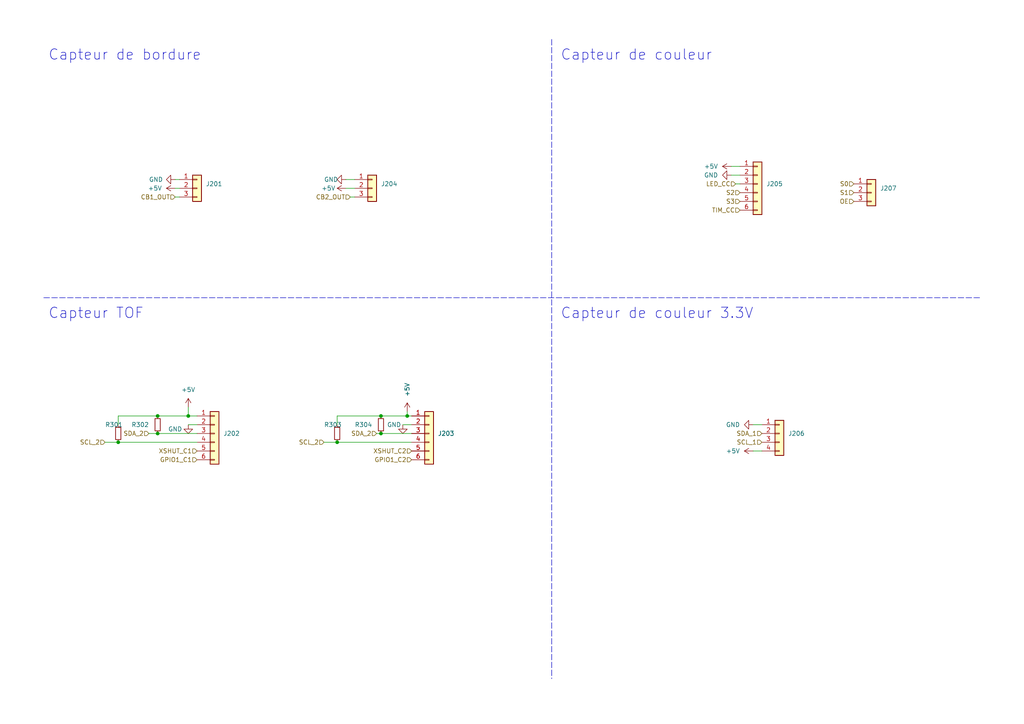
<source format=kicad_sch>
(kicad_sch (version 20211123) (generator eeschema)

  (uuid ec5a4540-0985-495d-a129-6f3345fe34a0)

  (paper "A4")

  (lib_symbols
    (symbol "Connector_Generic:Conn_01x03" (pin_names (offset 1.016) hide) (in_bom yes) (on_board yes)
      (property "Reference" "J" (id 0) (at 0 5.08 0)
        (effects (font (size 1.27 1.27)))
      )
      (property "Value" "Conn_01x03" (id 1) (at 0 -5.08 0)
        (effects (font (size 1.27 1.27)))
      )
      (property "Footprint" "" (id 2) (at 0 0 0)
        (effects (font (size 1.27 1.27)) hide)
      )
      (property "Datasheet" "~" (id 3) (at 0 0 0)
        (effects (font (size 1.27 1.27)) hide)
      )
      (property "ki_keywords" "connector" (id 4) (at 0 0 0)
        (effects (font (size 1.27 1.27)) hide)
      )
      (property "ki_description" "Generic connector, single row, 01x03, script generated (kicad-library-utils/schlib/autogen/connector/)" (id 5) (at 0 0 0)
        (effects (font (size 1.27 1.27)) hide)
      )
      (property "ki_fp_filters" "Connector*:*_1x??_*" (id 6) (at 0 0 0)
        (effects (font (size 1.27 1.27)) hide)
      )
      (symbol "Conn_01x03_1_1"
        (rectangle (start -1.27 -2.413) (end 0 -2.667)
          (stroke (width 0.1524) (type default) (color 0 0 0 0))
          (fill (type none))
        )
        (rectangle (start -1.27 0.127) (end 0 -0.127)
          (stroke (width 0.1524) (type default) (color 0 0 0 0))
          (fill (type none))
        )
        (rectangle (start -1.27 2.667) (end 0 2.413)
          (stroke (width 0.1524) (type default) (color 0 0 0 0))
          (fill (type none))
        )
        (rectangle (start -1.27 3.81) (end 1.27 -3.81)
          (stroke (width 0.254) (type default) (color 0 0 0 0))
          (fill (type background))
        )
        (pin passive line (at -5.08 2.54 0) (length 3.81)
          (name "Pin_1" (effects (font (size 1.27 1.27))))
          (number "1" (effects (font (size 1.27 1.27))))
        )
        (pin passive line (at -5.08 0 0) (length 3.81)
          (name "Pin_2" (effects (font (size 1.27 1.27))))
          (number "2" (effects (font (size 1.27 1.27))))
        )
        (pin passive line (at -5.08 -2.54 0) (length 3.81)
          (name "Pin_3" (effects (font (size 1.27 1.27))))
          (number "3" (effects (font (size 1.27 1.27))))
        )
      )
    )
    (symbol "Connector_Generic:Conn_01x04" (pin_names (offset 1.016) hide) (in_bom yes) (on_board yes)
      (property "Reference" "J" (id 0) (at 0 5.08 0)
        (effects (font (size 1.27 1.27)))
      )
      (property "Value" "Conn_01x04" (id 1) (at 0 -7.62 0)
        (effects (font (size 1.27 1.27)))
      )
      (property "Footprint" "" (id 2) (at 0 0 0)
        (effects (font (size 1.27 1.27)) hide)
      )
      (property "Datasheet" "~" (id 3) (at 0 0 0)
        (effects (font (size 1.27 1.27)) hide)
      )
      (property "ki_keywords" "connector" (id 4) (at 0 0 0)
        (effects (font (size 1.27 1.27)) hide)
      )
      (property "ki_description" "Generic connector, single row, 01x04, script generated (kicad-library-utils/schlib/autogen/connector/)" (id 5) (at 0 0 0)
        (effects (font (size 1.27 1.27)) hide)
      )
      (property "ki_fp_filters" "Connector*:*_1x??_*" (id 6) (at 0 0 0)
        (effects (font (size 1.27 1.27)) hide)
      )
      (symbol "Conn_01x04_1_1"
        (rectangle (start -1.27 -4.953) (end 0 -5.207)
          (stroke (width 0.1524) (type default) (color 0 0 0 0))
          (fill (type none))
        )
        (rectangle (start -1.27 -2.413) (end 0 -2.667)
          (stroke (width 0.1524) (type default) (color 0 0 0 0))
          (fill (type none))
        )
        (rectangle (start -1.27 0.127) (end 0 -0.127)
          (stroke (width 0.1524) (type default) (color 0 0 0 0))
          (fill (type none))
        )
        (rectangle (start -1.27 2.667) (end 0 2.413)
          (stroke (width 0.1524) (type default) (color 0 0 0 0))
          (fill (type none))
        )
        (rectangle (start -1.27 3.81) (end 1.27 -6.35)
          (stroke (width 0.254) (type default) (color 0 0 0 0))
          (fill (type background))
        )
        (pin passive line (at -5.08 2.54 0) (length 3.81)
          (name "Pin_1" (effects (font (size 1.27 1.27))))
          (number "1" (effects (font (size 1.27 1.27))))
        )
        (pin passive line (at -5.08 0 0) (length 3.81)
          (name "Pin_2" (effects (font (size 1.27 1.27))))
          (number "2" (effects (font (size 1.27 1.27))))
        )
        (pin passive line (at -5.08 -2.54 0) (length 3.81)
          (name "Pin_3" (effects (font (size 1.27 1.27))))
          (number "3" (effects (font (size 1.27 1.27))))
        )
        (pin passive line (at -5.08 -5.08 0) (length 3.81)
          (name "Pin_4" (effects (font (size 1.27 1.27))))
          (number "4" (effects (font (size 1.27 1.27))))
        )
      )
    )
    (symbol "Connector_Generic:Conn_01x06" (pin_names (offset 1.016) hide) (in_bom yes) (on_board yes)
      (property "Reference" "J" (id 0) (at 0 7.62 0)
        (effects (font (size 1.27 1.27)))
      )
      (property "Value" "Conn_01x06" (id 1) (at 0 -10.16 0)
        (effects (font (size 1.27 1.27)))
      )
      (property "Footprint" "" (id 2) (at 0 0 0)
        (effects (font (size 1.27 1.27)) hide)
      )
      (property "Datasheet" "~" (id 3) (at 0 0 0)
        (effects (font (size 1.27 1.27)) hide)
      )
      (property "ki_keywords" "connector" (id 4) (at 0 0 0)
        (effects (font (size 1.27 1.27)) hide)
      )
      (property "ki_description" "Generic connector, single row, 01x06, script generated (kicad-library-utils/schlib/autogen/connector/)" (id 5) (at 0 0 0)
        (effects (font (size 1.27 1.27)) hide)
      )
      (property "ki_fp_filters" "Connector*:*_1x??_*" (id 6) (at 0 0 0)
        (effects (font (size 1.27 1.27)) hide)
      )
      (symbol "Conn_01x06_1_1"
        (rectangle (start -1.27 -7.493) (end 0 -7.747)
          (stroke (width 0.1524) (type default) (color 0 0 0 0))
          (fill (type none))
        )
        (rectangle (start -1.27 -4.953) (end 0 -5.207)
          (stroke (width 0.1524) (type default) (color 0 0 0 0))
          (fill (type none))
        )
        (rectangle (start -1.27 -2.413) (end 0 -2.667)
          (stroke (width 0.1524) (type default) (color 0 0 0 0))
          (fill (type none))
        )
        (rectangle (start -1.27 0.127) (end 0 -0.127)
          (stroke (width 0.1524) (type default) (color 0 0 0 0))
          (fill (type none))
        )
        (rectangle (start -1.27 2.667) (end 0 2.413)
          (stroke (width 0.1524) (type default) (color 0 0 0 0))
          (fill (type none))
        )
        (rectangle (start -1.27 5.207) (end 0 4.953)
          (stroke (width 0.1524) (type default) (color 0 0 0 0))
          (fill (type none))
        )
        (rectangle (start -1.27 6.35) (end 1.27 -8.89)
          (stroke (width 0.254) (type default) (color 0 0 0 0))
          (fill (type background))
        )
        (pin passive line (at -5.08 5.08 0) (length 3.81)
          (name "Pin_1" (effects (font (size 1.27 1.27))))
          (number "1" (effects (font (size 1.27 1.27))))
        )
        (pin passive line (at -5.08 2.54 0) (length 3.81)
          (name "Pin_2" (effects (font (size 1.27 1.27))))
          (number "2" (effects (font (size 1.27 1.27))))
        )
        (pin passive line (at -5.08 0 0) (length 3.81)
          (name "Pin_3" (effects (font (size 1.27 1.27))))
          (number "3" (effects (font (size 1.27 1.27))))
        )
        (pin passive line (at -5.08 -2.54 0) (length 3.81)
          (name "Pin_4" (effects (font (size 1.27 1.27))))
          (number "4" (effects (font (size 1.27 1.27))))
        )
        (pin passive line (at -5.08 -5.08 0) (length 3.81)
          (name "Pin_5" (effects (font (size 1.27 1.27))))
          (number "5" (effects (font (size 1.27 1.27))))
        )
        (pin passive line (at -5.08 -7.62 0) (length 3.81)
          (name "Pin_6" (effects (font (size 1.27 1.27))))
          (number "6" (effects (font (size 1.27 1.27))))
        )
      )
    )
    (symbol "Device:R_Small" (pin_numbers hide) (pin_names (offset 0.254) hide) (in_bom yes) (on_board yes)
      (property "Reference" "R" (id 0) (at 0.762 0.508 0)
        (effects (font (size 1.27 1.27)) (justify left))
      )
      (property "Value" "R_Small" (id 1) (at 0.762 -1.016 0)
        (effects (font (size 1.27 1.27)) (justify left))
      )
      (property "Footprint" "" (id 2) (at 0 0 0)
        (effects (font (size 1.27 1.27)) hide)
      )
      (property "Datasheet" "~" (id 3) (at 0 0 0)
        (effects (font (size 1.27 1.27)) hide)
      )
      (property "ki_keywords" "R resistor" (id 4) (at 0 0 0)
        (effects (font (size 1.27 1.27)) hide)
      )
      (property "ki_description" "Resistor, small symbol" (id 5) (at 0 0 0)
        (effects (font (size 1.27 1.27)) hide)
      )
      (property "ki_fp_filters" "R_*" (id 6) (at 0 0 0)
        (effects (font (size 1.27 1.27)) hide)
      )
      (symbol "R_Small_0_1"
        (rectangle (start -0.762 1.778) (end 0.762 -1.778)
          (stroke (width 0.2032) (type default) (color 0 0 0 0))
          (fill (type none))
        )
      )
      (symbol "R_Small_1_1"
        (pin passive line (at 0 2.54 270) (length 0.762)
          (name "~" (effects (font (size 1.27 1.27))))
          (number "1" (effects (font (size 1.27 1.27))))
        )
        (pin passive line (at 0 -2.54 90) (length 0.762)
          (name "~" (effects (font (size 1.27 1.27))))
          (number "2" (effects (font (size 1.27 1.27))))
        )
      )
    )
    (symbol "power:+5V" (power) (pin_names (offset 0)) (in_bom yes) (on_board yes)
      (property "Reference" "#PWR" (id 0) (at 0 -3.81 0)
        (effects (font (size 1.27 1.27)) hide)
      )
      (property "Value" "+5V" (id 1) (at 0 3.556 0)
        (effects (font (size 1.27 1.27)))
      )
      (property "Footprint" "" (id 2) (at 0 0 0)
        (effects (font (size 1.27 1.27)) hide)
      )
      (property "Datasheet" "" (id 3) (at 0 0 0)
        (effects (font (size 1.27 1.27)) hide)
      )
      (property "ki_keywords" "power-flag" (id 4) (at 0 0 0)
        (effects (font (size 1.27 1.27)) hide)
      )
      (property "ki_description" "Power symbol creates a global label with name \"+5V\"" (id 5) (at 0 0 0)
        (effects (font (size 1.27 1.27)) hide)
      )
      (symbol "+5V_0_1"
        (polyline
          (pts
            (xy -0.762 1.27)
            (xy 0 2.54)
          )
          (stroke (width 0) (type default) (color 0 0 0 0))
          (fill (type none))
        )
        (polyline
          (pts
            (xy 0 0)
            (xy 0 2.54)
          )
          (stroke (width 0) (type default) (color 0 0 0 0))
          (fill (type none))
        )
        (polyline
          (pts
            (xy 0 2.54)
            (xy 0.762 1.27)
          )
          (stroke (width 0) (type default) (color 0 0 0 0))
          (fill (type none))
        )
      )
      (symbol "+5V_1_1"
        (pin power_in line (at 0 0 90) (length 0) hide
          (name "+5V" (effects (font (size 1.27 1.27))))
          (number "1" (effects (font (size 1.27 1.27))))
        )
      )
    )
    (symbol "power:GND" (power) (pin_names (offset 0)) (in_bom yes) (on_board yes)
      (property "Reference" "#PWR" (id 0) (at 0 -6.35 0)
        (effects (font (size 1.27 1.27)) hide)
      )
      (property "Value" "GND" (id 1) (at 0 -3.81 0)
        (effects (font (size 1.27 1.27)))
      )
      (property "Footprint" "" (id 2) (at 0 0 0)
        (effects (font (size 1.27 1.27)) hide)
      )
      (property "Datasheet" "" (id 3) (at 0 0 0)
        (effects (font (size 1.27 1.27)) hide)
      )
      (property "ki_keywords" "power-flag" (id 4) (at 0 0 0)
        (effects (font (size 1.27 1.27)) hide)
      )
      (property "ki_description" "Power symbol creates a global label with name \"GND\" , ground" (id 5) (at 0 0 0)
        (effects (font (size 1.27 1.27)) hide)
      )
      (symbol "GND_0_1"
        (polyline
          (pts
            (xy 0 0)
            (xy 0 -1.27)
            (xy 1.27 -1.27)
            (xy 0 -2.54)
            (xy -1.27 -1.27)
            (xy 0 -1.27)
          )
          (stroke (width 0) (type default) (color 0 0 0 0))
          (fill (type none))
        )
      )
      (symbol "GND_1_1"
        (pin power_in line (at 0 0 270) (length 0) hide
          (name "GND" (effects (font (size 1.27 1.27))))
          (number "1" (effects (font (size 1.27 1.27))))
        )
      )
    )
  )

  (junction (at 97.79 128.27) (diameter 0) (color 0 0 0 0)
    (uuid 808d06c7-fc33-462d-9694-96d8f99d5ff0)
  )
  (junction (at 34.29 128.27) (diameter 0) (color 0 0 0 0)
    (uuid 903a1ca5-797e-4239-a8ec-f4db9fe35c76)
  )
  (junction (at 45.72 120.65) (diameter 0) (color 0 0 0 0)
    (uuid a97b441b-734f-4592-a431-1e87f507c8f7)
  )
  (junction (at 118.11 120.65) (diameter 0) (color 0 0 0 0)
    (uuid b57e7850-5f41-44b9-a579-c04e914b12f6)
  )
  (junction (at 45.72 125.73) (diameter 0) (color 0 0 0 0)
    (uuid c01135f3-284f-4694-85c7-6c84daa17a95)
  )
  (junction (at 110.49 120.65) (diameter 0) (color 0 0 0 0)
    (uuid c5d2ecb1-ba6c-4c21-bf25-db2217d9f37e)
  )
  (junction (at 54.61 120.65) (diameter 0) (color 0 0 0 0)
    (uuid d48a8670-c3ad-4110-be8f-2bd87dcf0429)
  )
  (junction (at 110.49 125.73) (diameter 0) (color 0 0 0 0)
    (uuid ff3abda5-d26e-4d0d-a4fb-45b45dbca722)
  )

  (wire (pts (xy 97.79 123.19) (xy 97.79 120.65))
    (stroke (width 0) (type default) (color 0 0 0 0))
    (uuid 07e5b2a8-6e02-4b1f-a0b2-8e4e3b55c5af)
  )
  (wire (pts (xy 45.72 120.65) (xy 54.61 120.65))
    (stroke (width 0) (type default) (color 0 0 0 0))
    (uuid 0b369780-0517-434b-a132-bbe93e57bed1)
  )
  (wire (pts (xy 213.36 53.34) (xy 214.63 53.34))
    (stroke (width 0) (type default) (color 0 0 0 0))
    (uuid 10b317ba-7b01-4106-9908-cd17a73e078c)
  )
  (wire (pts (xy 97.79 120.65) (xy 110.49 120.65))
    (stroke (width 0) (type default) (color 0 0 0 0))
    (uuid 1152cbcb-e1bb-49ab-a858-dd56e108628d)
  )
  (wire (pts (xy 212.09 48.26) (xy 214.63 48.26))
    (stroke (width 0) (type default) (color 0 0 0 0))
    (uuid 12b114b7-2649-4235-b184-f9adfda24af8)
  )
  (wire (pts (xy 34.29 120.65) (xy 34.29 123.19))
    (stroke (width 0) (type default) (color 0 0 0 0))
    (uuid 18f89c8f-e5a0-4644-b81e-d149046432dd)
  )
  (wire (pts (xy 50.8 57.15) (xy 52.07 57.15))
    (stroke (width 0) (type default) (color 0 0 0 0))
    (uuid 1aaa90ca-cb41-41fc-9f2e-4d3df022866e)
  )
  (polyline (pts (xy 160.02 11.43) (xy 160.02 196.85))
    (stroke (width 0) (type default) (color 0 0 0 0))
    (uuid 25d3e3ec-2194-4059-a85a-408fbb29deee)
  )

  (wire (pts (xy 34.29 128.27) (xy 57.15 128.27))
    (stroke (width 0) (type default) (color 0 0 0 0))
    (uuid 3099f034-f2c3-4578-a33b-f454d73caab0)
  )
  (wire (pts (xy 218.44 130.81) (xy 220.98 130.81))
    (stroke (width 0) (type default) (color 0 0 0 0))
    (uuid 3414f45f-d95d-4868-867e-1cbe7fbdaf93)
  )
  (wire (pts (xy 34.29 120.65) (xy 45.72 120.65))
    (stroke (width 0) (type default) (color 0 0 0 0))
    (uuid 577f71ae-76b4-43a5-a996-c180d363856f)
  )
  (wire (pts (xy 119.38 120.65) (xy 118.11 120.65))
    (stroke (width 0) (type default) (color 0 0 0 0))
    (uuid 5b8f0033-a297-4858-a5e3-76acaa2b166e)
  )
  (wire (pts (xy 212.09 50.8) (xy 214.63 50.8))
    (stroke (width 0) (type default) (color 0 0 0 0))
    (uuid 60048984-8d78-4981-8d7b-ff4ec8dbe246)
  )
  (wire (pts (xy 101.6 57.15) (xy 102.87 57.15))
    (stroke (width 0) (type default) (color 0 0 0 0))
    (uuid 601f0877-3e4c-41cc-b436-9fdb4937567d)
  )
  (wire (pts (xy 110.49 120.65) (xy 118.11 120.65))
    (stroke (width 0) (type default) (color 0 0 0 0))
    (uuid 731362ce-bfd4-471f-b77f-182830b4e498)
  )
  (wire (pts (xy 54.61 120.65) (xy 57.15 120.65))
    (stroke (width 0) (type default) (color 0 0 0 0))
    (uuid 7643c57b-313a-4cf8-9134-7757f3342699)
  )
  (wire (pts (xy 30.48 128.27) (xy 34.29 128.27))
    (stroke (width 0) (type default) (color 0 0 0 0))
    (uuid 78dd936a-fbb9-4d37-a7f7-8316dd45c0ac)
  )
  (wire (pts (xy 93.98 128.27) (xy 97.79 128.27))
    (stroke (width 0) (type default) (color 0 0 0 0))
    (uuid 7f647e44-e522-4f68-9d30-6abab621d927)
  )
  (polyline (pts (xy 12.7 86.36) (xy 284.48 86.36))
    (stroke (width 0) (type default) (color 0 0 0 0))
    (uuid 82acf130-d7d8-4164-ab4d-b777c178c28e)
  )

  (wire (pts (xy 50.8 52.07) (xy 52.07 52.07))
    (stroke (width 0) (type default) (color 0 0 0 0))
    (uuid 99337815-17c1-44e6-870d-3959cb3659e3)
  )
  (wire (pts (xy 118.11 120.65) (xy 118.11 119.38))
    (stroke (width 0) (type default) (color 0 0 0 0))
    (uuid 9fc550ec-16c1-4cab-abcd-1e8f18409c0c)
  )
  (wire (pts (xy 100.33 52.07) (xy 102.87 52.07))
    (stroke (width 0) (type default) (color 0 0 0 0))
    (uuid a4a68c57-c987-46ab-840e-728bdb99af42)
  )
  (wire (pts (xy 50.8 54.61) (xy 52.07 54.61))
    (stroke (width 0) (type default) (color 0 0 0 0))
    (uuid a6fa7d41-841b-4c98-a727-7656631e3268)
  )
  (wire (pts (xy 97.79 128.27) (xy 119.38 128.27))
    (stroke (width 0) (type default) (color 0 0 0 0))
    (uuid a7799177-f96c-4cff-9009-0bbf0c63c71f)
  )
  (wire (pts (xy 110.49 125.73) (xy 119.38 125.73))
    (stroke (width 0) (type default) (color 0 0 0 0))
    (uuid a9104fe9-400d-45c8-9b11-bbd04130f260)
  )
  (wire (pts (xy 100.33 54.61) (xy 102.87 54.61))
    (stroke (width 0) (type default) (color 0 0 0 0))
    (uuid b3457a69-91d2-4356-babf-6aba675180c8)
  )
  (wire (pts (xy 109.22 125.73) (xy 110.49 125.73))
    (stroke (width 0) (type default) (color 0 0 0 0))
    (uuid ba1190f3-a19f-4854-82af-b7236bff2003)
  )
  (wire (pts (xy 218.44 123.19) (xy 220.98 123.19))
    (stroke (width 0) (type default) (color 0 0 0 0))
    (uuid c983fb7d-1799-4a03-98da-34901bcc1c34)
  )
  (wire (pts (xy 54.61 123.19) (xy 57.15 123.19))
    (stroke (width 0) (type default) (color 0 0 0 0))
    (uuid ce8a242d-1319-48eb-b141-ed1c571fc1fd)
  )
  (wire (pts (xy 54.61 118.11) (xy 54.61 120.65))
    (stroke (width 0) (type default) (color 0 0 0 0))
    (uuid cfb6df8b-9249-4265-bbe7-0836e318ac61)
  )
  (wire (pts (xy 116.84 123.19) (xy 119.38 123.19))
    (stroke (width 0) (type default) (color 0 0 0 0))
    (uuid e1446e14-dd6f-4bbd-9f03-0403bf3ddb23)
  )
  (wire (pts (xy 43.18 125.73) (xy 45.72 125.73))
    (stroke (width 0) (type default) (color 0 0 0 0))
    (uuid f4f00f54-2503-4452-8cf8-42a339add64a)
  )
  (wire (pts (xy 45.72 125.73) (xy 57.15 125.73))
    (stroke (width 0) (type default) (color 0 0 0 0))
    (uuid f75cab94-d0f9-4e38-8eec-8b721e7e2c70)
  )

  (text "Capteur de couleur" (at 162.56 17.78 0)
    (effects (font (size 3 3)) (justify left bottom))
    (uuid 2ad18a70-921a-4d77-86c2-1be8d6cb6bb9)
  )
  (text "Capteur TOF" (at 13.97 92.71 0)
    (effects (font (size 3 3)) (justify left bottom))
    (uuid 933498c6-9ae8-4196-bc4d-680968e25a13)
  )
  (text "Capteur de couleur 3.3V" (at 162.56 92.71 0)
    (effects (font (size 3 3)) (justify left bottom))
    (uuid c2ea9499-5cad-4c2e-91f2-9bfd20015a95)
  )
  (text "Capteur de bordure\n" (at 13.97 17.78 0)
    (effects (font (size 3 3)) (justify left bottom))
    (uuid fc2d3ffb-a9d7-4dd2-8318-e4214e750106)
  )

  (hierarchical_label "GPIO1_C1" (shape input) (at 57.15 133.35 180)
    (effects (font (size 1.27 1.27)) (justify right))
    (uuid 04d87197-e9b5-476d-be7b-4eb8375239c8)
  )
  (hierarchical_label "OE" (shape input) (at 247.65 58.42 180)
    (effects (font (size 1.27 1.27)) (justify right))
    (uuid 0ab1f21f-55e3-4965-8159-35f030bc784d)
  )
  (hierarchical_label "SDA_2" (shape input) (at 43.18 125.73 180)
    (effects (font (size 1.27 1.27)) (justify right))
    (uuid 15cea1f4-70c2-4544-9512-9bb18715b907)
  )
  (hierarchical_label "S3" (shape input) (at 214.63 58.42 180)
    (effects (font (size 1.27 1.27)) (justify right))
    (uuid 3f566584-dd9d-48fc-b5c0-3cf80ba4f414)
  )
  (hierarchical_label "SCL_2" (shape input) (at 93.98 128.27 180)
    (effects (font (size 1.27 1.27)) (justify right))
    (uuid 41bb7fe7-3600-43c9-b2e4-5fb753beb1c9)
  )
  (hierarchical_label "SCL_2" (shape input) (at 30.48 128.27 180)
    (effects (font (size 1.27 1.27)) (justify right))
    (uuid 47952290-4c50-4226-b1ab-652c3e19f7ef)
  )
  (hierarchical_label "SCL_1" (shape input) (at 220.98 128.27 180)
    (effects (font (size 1.27 1.27)) (justify right))
    (uuid 4f19864d-4dee-4539-994b-d2c74b7ccfbf)
  )
  (hierarchical_label "S1" (shape input) (at 247.65 55.88 180)
    (effects (font (size 1.27 1.27)) (justify right))
    (uuid 6ea5e5b6-231a-40cf-891b-f5e1b1b665ed)
  )
  (hierarchical_label "XSHUT_C2" (shape input) (at 119.38 130.81 180)
    (effects (font (size 1.27 1.27)) (justify right))
    (uuid 6fa56544-e321-41ee-a6c7-b151c924415d)
  )
  (hierarchical_label "LED_CC" (shape input) (at 213.36 53.34 180)
    (effects (font (size 1.27 1.27)) (justify right))
    (uuid 84dbc002-b72b-4a86-93fd-feaffcdd38e4)
  )
  (hierarchical_label "CB1_OUT" (shape input) (at 50.8 57.15 180)
    (effects (font (size 1.27 1.27)) (justify right))
    (uuid 9068ae9a-abad-4d99-984a-77745834fd0b)
  )
  (hierarchical_label "CB2_OUT" (shape input) (at 101.6 57.15 180)
    (effects (font (size 1.27 1.27)) (justify right))
    (uuid a34cfd5c-11af-41e1-b2eb-cadbb703081a)
  )
  (hierarchical_label "SDA_1" (shape input) (at 220.98 125.73 180)
    (effects (font (size 1.27 1.27)) (justify right))
    (uuid ad3e16e0-a751-483d-9813-9ee14f5324ab)
  )
  (hierarchical_label "GPIO1_C2" (shape input) (at 119.38 133.35 180)
    (effects (font (size 1.27 1.27)) (justify right))
    (uuid b11393cb-6d0a-4849-9cbf-64d6538991a4)
  )
  (hierarchical_label "SDA_2" (shape input) (at 109.22 125.73 180)
    (effects (font (size 1.27 1.27)) (justify right))
    (uuid b6b9d4f1-0182-49f0-a301-28b2c045b8bf)
  )
  (hierarchical_label "S2" (shape input) (at 214.63 55.88 180)
    (effects (font (size 1.27 1.27)) (justify right))
    (uuid b7720739-9264-40e6-9f01-8b246bb7a69a)
  )
  (hierarchical_label "S0" (shape input) (at 247.65 53.34 180)
    (effects (font (size 1.27 1.27)) (justify right))
    (uuid bd195daa-e8a3-4704-aac1-f9e476db13f7)
  )
  (hierarchical_label "TIM_CC" (shape input) (at 214.63 60.96 180)
    (effects (font (size 1.27 1.27)) (justify right))
    (uuid d7466375-4d00-45f5-a57f-60decc3acca0)
  )
  (hierarchical_label "XSHUT_C1" (shape input) (at 57.15 130.81 180)
    (effects (font (size 1.27 1.27)) (justify right))
    (uuid e64abac7-9ee3-4136-b43f-56e7b3986e24)
  )

  (symbol (lib_id "Device:R_Small") (at 45.72 123.19 0) (unit 1)
    (in_bom yes) (on_board yes)
    (uuid 01d9cedc-eec4-438f-82a9-32c94b9e87ad)
    (property "Reference" "R302" (id 0) (at 38.1 123.19 0)
      (effects (font (size 1.27 1.27)) (justify left))
    )
    (property "Value" "" (id 1) (at 40.64 123.19 0)
      (effects (font (size 1.27 1.27)) (justify left))
    )
    (property "Footprint" "Resistor_SMD:R_0603_1608Metric_Pad0.98x0.95mm_HandSolder" (id 2) (at 45.72 123.19 0)
      (effects (font (size 1.27 1.27)) hide)
    )
    (property "Datasheet" "~" (id 3) (at 45.72 123.19 0)
      (effects (font (size 1.27 1.27)) hide)
    )
    (pin "1" (uuid 7fe7ec63-c3f4-429e-bab4-b1b12d5ef588))
    (pin "2" (uuid 30244db8-3908-4cbe-a748-d98e2f15b269))
  )

  (symbol (lib_id "Connector_Generic:Conn_01x03") (at 107.95 54.61 0) (unit 1)
    (in_bom yes) (on_board yes) (fields_autoplaced)
    (uuid 15c2a788-86f9-41e6-927f-0ea04005bff0)
    (property "Reference" "J204" (id 0) (at 110.49 53.3399 0)
      (effects (font (size 1.27 1.27)) (justify left))
    )
    (property "Value" "" (id 1) (at 110.49 55.8799 0)
      (effects (font (size 1.27 1.27)) (justify left))
    )
    (property "Footprint" "" (id 2) (at 107.95 54.61 0)
      (effects (font (size 1.27 1.27)) hide)
    )
    (property "Datasheet" "~" (id 3) (at 107.95 54.61 0)
      (effects (font (size 1.27 1.27)) hide)
    )
    (pin "1" (uuid 9663d34b-f877-4744-af4f-ba3e968ace89))
    (pin "2" (uuid 59b6868b-3d11-4aae-9263-46a120dc586e))
    (pin "3" (uuid c068f0de-eab4-494e-8e78-3a032ca321ab))
  )

  (symbol (lib_id "power:+5V") (at 100.33 54.61 90) (unit 1)
    (in_bom yes) (on_board yes)
    (uuid 1a1a7b9f-6194-467c-a081-d9fd3e7d0270)
    (property "Reference" "#PWR0317" (id 0) (at 104.14 54.61 0)
      (effects (font (size 1.27 1.27)) hide)
    )
    (property "Value" "" (id 1) (at 95.25 54.61 90))
    (property "Footprint" "" (id 2) (at 100.33 54.61 0)
      (effects (font (size 1.27 1.27)) hide)
    )
    (property "Datasheet" "" (id 3) (at 100.33 54.61 0)
      (effects (font (size 1.27 1.27)) hide)
    )
    (pin "1" (uuid cd8a4f11-57b7-4058-9597-85eb77def9ee))
  )

  (symbol (lib_id "Connector_Generic:Conn_01x03") (at 252.73 55.88 0) (unit 1)
    (in_bom yes) (on_board yes) (fields_autoplaced)
    (uuid 2d9b734e-ca03-4266-afaf-c4defd37d608)
    (property "Reference" "J207" (id 0) (at 255.27 54.6099 0)
      (effects (font (size 1.27 1.27)) (justify left))
    )
    (property "Value" "" (id 1) (at 255.27 57.1499 0)
      (effects (font (size 1.27 1.27)) (justify left))
    )
    (property "Footprint" "" (id 2) (at 252.73 55.88 0)
      (effects (font (size 1.27 1.27)) hide)
    )
    (property "Datasheet" "~" (id 3) (at 252.73 55.88 0)
      (effects (font (size 1.27 1.27)) hide)
    )
    (pin "1" (uuid 219e12c2-9464-44d9-b1cc-b1cdefbfcfe2))
    (pin "2" (uuid 36ee2153-11ea-4b64-ae7b-2fd1c8d3701f))
    (pin "3" (uuid f7e2a888-ce86-4cf0-9ae3-828942701f74))
  )

  (symbol (lib_id "Connector_Generic:Conn_01x03") (at 57.15 54.61 0) (unit 1)
    (in_bom yes) (on_board yes) (fields_autoplaced)
    (uuid 3ff01324-59a8-47f7-8a22-9861ba76fddb)
    (property "Reference" "J201" (id 0) (at 59.69 53.3399 0)
      (effects (font (size 1.27 1.27)) (justify left))
    )
    (property "Value" "" (id 1) (at 59.69 55.8799 0)
      (effects (font (size 1.27 1.27)) (justify left))
    )
    (property "Footprint" "" (id 2) (at 57.15 54.61 0)
      (effects (font (size 1.27 1.27)) hide)
    )
    (property "Datasheet" "~" (id 3) (at 57.15 54.61 0)
      (effects (font (size 1.27 1.27)) hide)
    )
    (pin "1" (uuid 9b97a4ba-feb6-4c6d-bc25-a40c46bb3114))
    (pin "2" (uuid 136b5b76-4be8-4b7d-98fd-b1e1533241a3))
    (pin "3" (uuid 8a49df5f-ec74-429a-8931-190475ad7878))
  )

  (symbol (lib_id "Connector_Generic:Conn_01x04") (at 226.06 125.73 0) (unit 1)
    (in_bom yes) (on_board yes) (fields_autoplaced)
    (uuid 576ebc35-db23-41dc-9ded-5fa7ac3613f6)
    (property "Reference" "J206" (id 0) (at 228.6 125.7299 0)
      (effects (font (size 1.27 1.27)) (justify left))
    )
    (property "Value" "" (id 1) (at 228.6 128.2699 0)
      (effects (font (size 1.27 1.27)) (justify left))
    )
    (property "Footprint" "" (id 2) (at 226.06 125.73 0)
      (effects (font (size 1.27 1.27)) hide)
    )
    (property "Datasheet" "~" (id 3) (at 226.06 125.73 0)
      (effects (font (size 1.27 1.27)) hide)
    )
    (pin "1" (uuid 720822d1-4cd2-4440-a80c-0f7b3d61294f))
    (pin "2" (uuid b4beb939-eb78-417a-8924-230ca7dfd7ca))
    (pin "3" (uuid adb95a33-6e6e-4785-bc6c-de0ec1717363))
    (pin "4" (uuid 5ff72938-5b4d-4c0c-9046-a23ea20902d8))
  )

  (symbol (lib_id "Device:R_Small") (at 110.49 123.19 0) (unit 1)
    (in_bom yes) (on_board yes)
    (uuid 834859be-1d22-4cfd-a0ab-4093db920c69)
    (property "Reference" "R304" (id 0) (at 102.87 123.19 0)
      (effects (font (size 1.27 1.27)) (justify left))
    )
    (property "Value" "" (id 1) (at 105.41 123.19 0)
      (effects (font (size 1.27 1.27)) (justify left))
    )
    (property "Footprint" "Resistor_SMD:R_0603_1608Metric_Pad0.98x0.95mm_HandSolder" (id 2) (at 110.49 123.19 0)
      (effects (font (size 1.27 1.27)) hide)
    )
    (property "Datasheet" "~" (id 3) (at 110.49 123.19 0)
      (effects (font (size 1.27 1.27)) hide)
    )
    (pin "1" (uuid b1e0c95f-e756-475b-8fa8-8ac0a4f809d9))
    (pin "2" (uuid c74b68e9-602b-47f5-8f2f-6088fd6b4ea0))
  )

  (symbol (lib_id "power:+5V") (at 118.11 119.38 0) (unit 1)
    (in_bom yes) (on_board yes)
    (uuid 845df0fb-18fd-4ed9-9be2-bed5af608264)
    (property "Reference" "#PWR0319" (id 0) (at 118.11 123.19 0)
      (effects (font (size 1.27 1.27)) hide)
    )
    (property "Value" "" (id 1) (at 118.11 113.03 90))
    (property "Footprint" "" (id 2) (at 118.11 119.38 0)
      (effects (font (size 1.27 1.27)) hide)
    )
    (property "Datasheet" "" (id 3) (at 118.11 119.38 0)
      (effects (font (size 1.27 1.27)) hide)
    )
    (pin "1" (uuid 80aa8e98-1239-4e5f-9b52-2ec47d9da05b))
  )

  (symbol (lib_id "power:GND") (at 100.33 52.07 270) (unit 1)
    (in_bom yes) (on_board yes)
    (uuid 876d2f50-a33b-4691-bbea-4ae99799d1fb)
    (property "Reference" "#PWR0316" (id 0) (at 93.98 52.07 0)
      (effects (font (size 1.27 1.27)) hide)
    )
    (property "Value" "" (id 1) (at 93.98 52.07 90)
      (effects (font (size 1.27 1.27)) (justify left))
    )
    (property "Footprint" "" (id 2) (at 100.33 52.07 0)
      (effects (font (size 1.27 1.27)) hide)
    )
    (property "Datasheet" "" (id 3) (at 100.33 52.07 0)
      (effects (font (size 1.27 1.27)) hide)
    )
    (pin "1" (uuid 110274a1-b63c-44c7-b92f-0545f0aaace2))
  )

  (symbol (lib_id "Connector_Generic:Conn_01x06") (at 219.71 53.34 0) (unit 1)
    (in_bom yes) (on_board yes) (fields_autoplaced)
    (uuid a95b498e-65f7-49da-bafe-f10d803bd71e)
    (property "Reference" "J205" (id 0) (at 222.25 53.3399 0)
      (effects (font (size 1.27 1.27)) (justify left))
    )
    (property "Value" "" (id 1) (at 222.25 55.8799 0)
      (effects (font (size 1.27 1.27)) (justify left))
    )
    (property "Footprint" "" (id 2) (at 219.71 53.34 0)
      (effects (font (size 1.27 1.27)) hide)
    )
    (property "Datasheet" "~" (id 3) (at 219.71 53.34 0)
      (effects (font (size 1.27 1.27)) hide)
    )
    (pin "1" (uuid 4be9d2cc-d094-4142-bcc2-90f59aef42d3))
    (pin "2" (uuid a2b79b32-500b-4a50-8f18-7a6687801c22))
    (pin "3" (uuid 8d0c1bb6-d750-411c-a3a8-8f63a41cd1be))
    (pin "4" (uuid 594aae5b-14cd-4659-ad7e-ecfc1b144c8c))
    (pin "5" (uuid 6271c1f7-adae-4a09-9037-004636910e20))
    (pin "6" (uuid d6b59b9d-f17c-4ec1-8eb9-084fdef77712))
  )

  (symbol (lib_id "power:GND") (at 218.44 123.19 270) (unit 1)
    (in_bom yes) (on_board yes) (fields_autoplaced)
    (uuid aa1617aa-c188-4657-b98c-09308bc9aac5)
    (property "Reference" "#PWR0322" (id 0) (at 212.09 123.19 0)
      (effects (font (size 1.27 1.27)) hide)
    )
    (property "Value" "" (id 1) (at 214.63 123.1899 90)
      (effects (font (size 1.27 1.27)) (justify right))
    )
    (property "Footprint" "" (id 2) (at 218.44 123.19 0)
      (effects (font (size 1.27 1.27)) hide)
    )
    (property "Datasheet" "" (id 3) (at 218.44 123.19 0)
      (effects (font (size 1.27 1.27)) hide)
    )
    (pin "1" (uuid 81863e23-c858-40f4-98e1-4412cd2a232d))
  )

  (symbol (lib_id "power:GND") (at 54.61 123.19 0) (unit 1)
    (in_bom yes) (on_board yes)
    (uuid b2ed15d5-7fb4-4a22-875b-51dbe0f3dfed)
    (property "Reference" "#PWR0315" (id 0) (at 54.61 129.54 0)
      (effects (font (size 1.27 1.27)) hide)
    )
    (property "Value" "" (id 1) (at 50.8 124.46 0))
    (property "Footprint" "" (id 2) (at 54.61 123.19 0)
      (effects (font (size 1.27 1.27)) hide)
    )
    (property "Datasheet" "" (id 3) (at 54.61 123.19 0)
      (effects (font (size 1.27 1.27)) hide)
    )
    (pin "1" (uuid 2743d276-158f-4a4d-b090-bbb9ffefad8f))
  )

  (symbol (lib_id "power:GND") (at 212.09 50.8 270) (unit 1)
    (in_bom yes) (on_board yes) (fields_autoplaced)
    (uuid d3568faa-e61c-4209-a634-a558765e032b)
    (property "Reference" "#PWR0321" (id 0) (at 205.74 50.8 0)
      (effects (font (size 1.27 1.27)) hide)
    )
    (property "Value" "" (id 1) (at 208.28 50.7999 90)
      (effects (font (size 1.27 1.27)) (justify right))
    )
    (property "Footprint" "" (id 2) (at 212.09 50.8 0)
      (effects (font (size 1.27 1.27)) hide)
    )
    (property "Datasheet" "" (id 3) (at 212.09 50.8 0)
      (effects (font (size 1.27 1.27)) hide)
    )
    (pin "1" (uuid 5e2d16ce-3590-45fa-a190-30bb1f5a9379))
  )

  (symbol (lib_id "power:GND") (at 116.84 123.19 0) (unit 1)
    (in_bom yes) (on_board yes)
    (uuid d7003b55-385d-4462-9c03-fd828d03c24a)
    (property "Reference" "#PWR0318" (id 0) (at 116.84 129.54 0)
      (effects (font (size 1.27 1.27)) hide)
    )
    (property "Value" "" (id 1) (at 114.3 123.19 0))
    (property "Footprint" "" (id 2) (at 116.84 123.19 0)
      (effects (font (size 1.27 1.27)) hide)
    )
    (property "Datasheet" "" (id 3) (at 116.84 123.19 0)
      (effects (font (size 1.27 1.27)) hide)
    )
    (pin "1" (uuid 03727180-9c08-4760-9c68-a8c077a4e7fd))
  )

  (symbol (lib_id "power:+5V") (at 218.44 130.81 90) (unit 1)
    (in_bom yes) (on_board yes) (fields_autoplaced)
    (uuid d9afc21b-140c-48da-954f-7838291ac001)
    (property "Reference" "#PWR0323" (id 0) (at 222.25 130.81 0)
      (effects (font (size 1.27 1.27)) hide)
    )
    (property "Value" "" (id 1) (at 214.63 130.8099 90)
      (effects (font (size 1.27 1.27)) (justify left))
    )
    (property "Footprint" "" (id 2) (at 218.44 130.81 0)
      (effects (font (size 1.27 1.27)) hide)
    )
    (property "Datasheet" "" (id 3) (at 218.44 130.81 0)
      (effects (font (size 1.27 1.27)) hide)
    )
    (pin "1" (uuid d17a8395-ae4d-4037-b6a0-d020e994a9d6))
  )

  (symbol (lib_id "Device:R_Small") (at 97.79 125.73 0) (unit 1)
    (in_bom yes) (on_board yes)
    (uuid e1ed3837-9518-415c-9402-ee50ee5f96d3)
    (property "Reference" "R303" (id 0) (at 93.98 123.19 0)
      (effects (font (size 1.27 1.27)) (justify left))
    )
    (property "Value" "" (id 1) (at 92.71 125.73 0)
      (effects (font (size 1.27 1.27)) (justify left))
    )
    (property "Footprint" "Resistor_SMD:R_0603_1608Metric_Pad0.98x0.95mm_HandSolder" (id 2) (at 97.79 125.73 0)
      (effects (font (size 1.27 1.27)) hide)
    )
    (property "Datasheet" "~" (id 3) (at 97.79 125.73 0)
      (effects (font (size 1.27 1.27)) hide)
    )
    (pin "1" (uuid 77aed194-8914-4900-9af1-7c28d81d4a5f))
    (pin "2" (uuid aa20f725-d430-45b3-aeef-5240d55f2193))
  )

  (symbol (lib_id "power:+5V") (at 50.8 54.61 90) (unit 1)
    (in_bom yes) (on_board yes) (fields_autoplaced)
    (uuid e6436a87-6c8a-405a-94f4-6397ea022201)
    (property "Reference" "#PWR0313" (id 0) (at 54.61 54.61 0)
      (effects (font (size 1.27 1.27)) hide)
    )
    (property "Value" "" (id 1) (at 46.99 54.6099 90)
      (effects (font (size 1.27 1.27)) (justify left))
    )
    (property "Footprint" "" (id 2) (at 50.8 54.61 0)
      (effects (font (size 1.27 1.27)) hide)
    )
    (property "Datasheet" "" (id 3) (at 50.8 54.61 0)
      (effects (font (size 1.27 1.27)) hide)
    )
    (pin "1" (uuid 63b34d8d-5a35-4252-98ec-4c042bc85ba7))
  )

  (symbol (lib_id "power:GND") (at 50.8 52.07 270) (unit 1)
    (in_bom yes) (on_board yes)
    (uuid e7b071ee-d86a-4c15-9744-8bc0e2cf9b65)
    (property "Reference" "#PWR0312" (id 0) (at 44.45 52.07 0)
      (effects (font (size 1.27 1.27)) hide)
    )
    (property "Value" "" (id 1) (at 43.18 52.07 90)
      (effects (font (size 1.27 1.27)) (justify left))
    )
    (property "Footprint" "" (id 2) (at 50.8 52.07 0)
      (effects (font (size 1.27 1.27)) hide)
    )
    (property "Datasheet" "" (id 3) (at 50.8 52.07 0)
      (effects (font (size 1.27 1.27)) hide)
    )
    (pin "1" (uuid b04c083e-9b02-4813-a1d4-d5036675630c))
  )

  (symbol (lib_id "power:+5V") (at 54.61 118.11 0) (unit 1)
    (in_bom yes) (on_board yes) (fields_autoplaced)
    (uuid e8da1875-2015-4089-af88-b9b3ebc8f4b3)
    (property "Reference" "#PWR0314" (id 0) (at 54.61 121.92 0)
      (effects (font (size 1.27 1.27)) hide)
    )
    (property "Value" "" (id 1) (at 54.61 113.03 0))
    (property "Footprint" "" (id 2) (at 54.61 118.11 0)
      (effects (font (size 1.27 1.27)) hide)
    )
    (property "Datasheet" "" (id 3) (at 54.61 118.11 0)
      (effects (font (size 1.27 1.27)) hide)
    )
    (pin "1" (uuid d94ad74a-abb6-4302-9517-2509b1e385ba))
  )

  (symbol (lib_id "power:+5V") (at 212.09 48.26 90) (unit 1)
    (in_bom yes) (on_board yes) (fields_autoplaced)
    (uuid e94c5692-3e4e-4a70-94f2-a264fef51b5d)
    (property "Reference" "#PWR0320" (id 0) (at 215.9 48.26 0)
      (effects (font (size 1.27 1.27)) hide)
    )
    (property "Value" "" (id 1) (at 208.28 48.2599 90)
      (effects (font (size 1.27 1.27)) (justify left))
    )
    (property "Footprint" "" (id 2) (at 212.09 48.26 0)
      (effects (font (size 1.27 1.27)) hide)
    )
    (property "Datasheet" "" (id 3) (at 212.09 48.26 0)
      (effects (font (size 1.27 1.27)) hide)
    )
    (pin "1" (uuid 94a88939-8abe-403e-b405-eec7141db2fc))
  )

  (symbol (lib_id "Device:R_Small") (at 34.29 125.73 0) (unit 1)
    (in_bom yes) (on_board yes)
    (uuid f35e1b1c-4944-4558-bf35-bedd62540701)
    (property "Reference" "R301" (id 0) (at 30.48 123.19 0)
      (effects (font (size 1.27 1.27)) (justify left))
    )
    (property "Value" "" (id 1) (at 29.21 125.73 0)
      (effects (font (size 1.27 1.27)) (justify left))
    )
    (property "Footprint" "Resistor_SMD:R_0603_1608Metric_Pad0.98x0.95mm_HandSolder" (id 2) (at 34.29 125.73 0)
      (effects (font (size 1.27 1.27)) hide)
    )
    (property "Datasheet" "~" (id 3) (at 34.29 125.73 0)
      (effects (font (size 1.27 1.27)) hide)
    )
    (pin "1" (uuid 88c34cd2-7a06-4b65-944f-c09a45375380))
    (pin "2" (uuid 55627597-6aab-4c18-989a-026a2d0302f6))
  )

  (symbol (lib_id "Connector_Generic:Conn_01x06") (at 124.46 125.73 0) (unit 1)
    (in_bom yes) (on_board yes) (fields_autoplaced)
    (uuid f725cb1c-d7be-4874-88d4-5b1f45320fff)
    (property "Reference" "J203" (id 0) (at 127 125.7299 0)
      (effects (font (size 1.27 1.27)) (justify left))
    )
    (property "Value" "" (id 1) (at 127 128.2699 0)
      (effects (font (size 1.27 1.27)) (justify left))
    )
    (property "Footprint" "" (id 2) (at 124.46 125.73 0)
      (effects (font (size 1.27 1.27)) hide)
    )
    (property "Datasheet" "~" (id 3) (at 124.46 125.73 0)
      (effects (font (size 1.27 1.27)) hide)
    )
    (pin "1" (uuid f0b917f7-b7d2-49f0-8850-eea30eed56bc))
    (pin "2" (uuid 34e04bd7-ec28-4447-98e1-ea978f25b25b))
    (pin "3" (uuid 08f95664-7c15-4837-9eb2-da40d6cb0be4))
    (pin "4" (uuid bd3899f3-acdf-40ac-b2d4-626300010887))
    (pin "5" (uuid 3f1e38a7-3300-4e5e-8c96-829f1ddb56da))
    (pin "6" (uuid 2269eafd-c33f-4ae9-8426-2c9ab850df0a))
  )

  (symbol (lib_id "Connector_Generic:Conn_01x06") (at 62.23 125.73 0) (unit 1)
    (in_bom yes) (on_board yes) (fields_autoplaced)
    (uuid fc50d939-08d1-45f4-91fe-0d8194f1829a)
    (property "Reference" "J202" (id 0) (at 64.77 125.7299 0)
      (effects (font (size 1.27 1.27)) (justify left))
    )
    (property "Value" "" (id 1) (at 64.77 128.2699 0)
      (effects (font (size 1.27 1.27)) (justify left))
    )
    (property "Footprint" "" (id 2) (at 62.23 125.73 0)
      (effects (font (size 1.27 1.27)) hide)
    )
    (property "Datasheet" "~" (id 3) (at 62.23 125.73 0)
      (effects (font (size 1.27 1.27)) hide)
    )
    (pin "1" (uuid 5a8abf25-8925-484a-90ee-82acd3e8fcee))
    (pin "2" (uuid 9d2ef5fb-8ef2-4adc-b175-50f9c1b6f090))
    (pin "3" (uuid e65e7898-abb0-40e0-92bf-d84af088841c))
    (pin "4" (uuid b75ee813-3f21-4946-8023-3a206389416c))
    (pin "5" (uuid a6100ab9-b44c-4fea-8510-b74354a06be6))
    (pin "6" (uuid 53826eef-3aaf-49c0-ba45-6637ee8171f9))
  )
)

</source>
